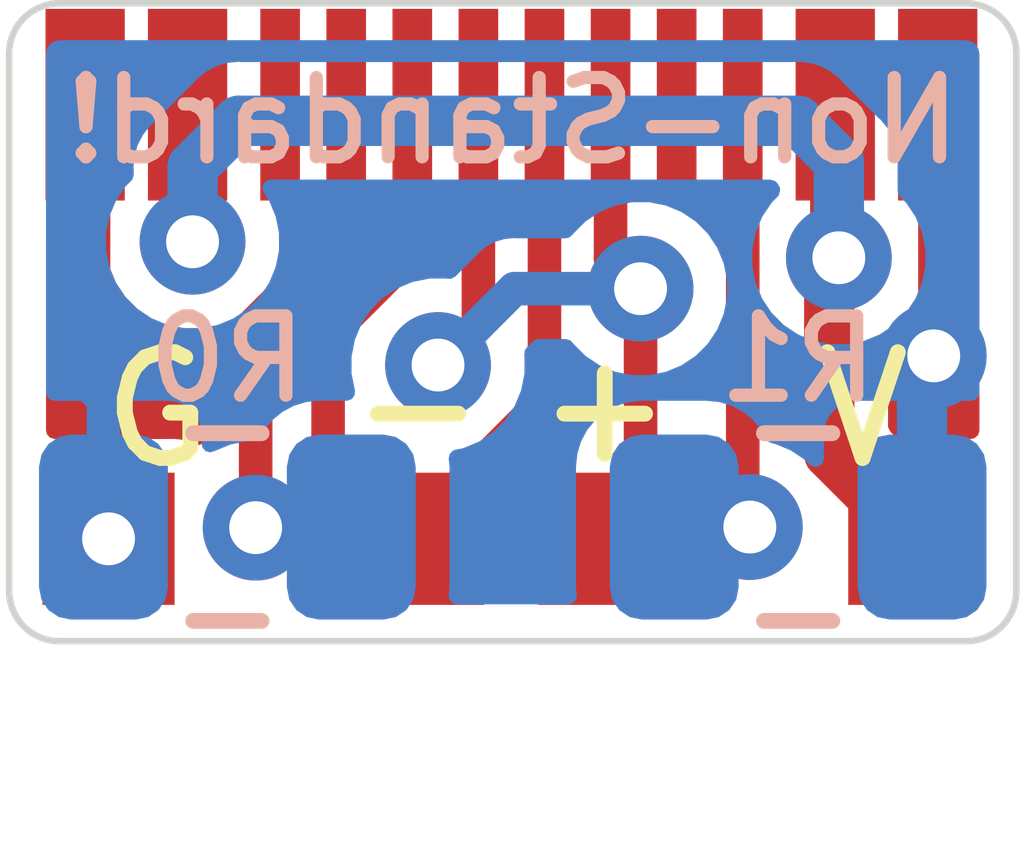
<source format=kicad_pcb>
(kicad_pcb (version 20171130) (host pcbnew "(5.1.4)-1")

  (general
    (thickness 1.6)
    (drawings 9)
    (tracks 54)
    (zones 0)
    (modules 7)
    (nets 9)
  )

  (page User 210.007 148.006)
  (title_block
    (title "Non-standad USB Type C breakoutboard")
    (date 2021-10-18)
    (rev 1)
    (comment 1 "of CERN_OHL-S v2 (https://ohwr.org/cern_ohl_s_v2.txt).")
    (comment 2 "You may redistribute and modify this source and make products using it under the terms")
    (comment 3 "This PCB file describes Open Hardware and is licensed under the CERN-OHL-S v2.")
    (comment 4 "Copyright minibois 2021.")
  )

  (layers
    (0 F.Cu signal)
    (31 B.Cu signal)
    (32 B.Adhes user)
    (33 F.Adhes user)
    (34 B.Paste user)
    (35 F.Paste user)
    (36 B.SilkS user)
    (37 F.SilkS user)
    (38 B.Mask user)
    (39 F.Mask user)
    (40 Dwgs.User user)
    (41 Cmts.User user)
    (42 Eco1.User user)
    (43 Eco2.User user)
    (44 Edge.Cuts user)
    (45 Margin user)
    (46 B.CrtYd user)
    (47 F.CrtYd user)
    (48 B.Fab user)
    (49 F.Fab user)
  )

  (setup
    (last_trace_width 0.254)
    (trace_clearance 0.2)
    (zone_clearance 0.508)
    (zone_45_only no)
    (trace_min 0.2)
    (via_size 0.8)
    (via_drill 0.4)
    (via_min_size 0.4)
    (via_min_drill 0.3)
    (uvia_size 0.3)
    (uvia_drill 0.1)
    (uvias_allowed no)
    (uvia_min_size 0.2)
    (uvia_min_drill 0.1)
    (edge_width 0.05)
    (segment_width 0.2)
    (pcb_text_width 0.3)
    (pcb_text_size 1.5 1.5)
    (mod_edge_width 0.12)
    (mod_text_size 1 1)
    (mod_text_width 0.15)
    (pad_size 1.524 1.524)
    (pad_drill 0.762)
    (pad_to_mask_clearance 0.051)
    (solder_mask_min_width 0.25)
    (aux_axis_origin 0 0)
    (visible_elements 7FFFFFFF)
    (pcbplotparams
      (layerselection 0x010f0_ffffffff)
      (usegerberextensions false)
      (usegerberattributes false)
      (usegerberadvancedattributes false)
      (creategerberjobfile false)
      (excludeedgelayer true)
      (linewidth 0.100000)
      (plotframeref false)
      (viasonmask false)
      (mode 1)
      (useauxorigin false)
      (hpglpennumber 1)
      (hpglpenspeed 20)
      (hpglpendiameter 15.000000)
      (psnegative false)
      (psa4output false)
      (plotreference true)
      (plotvalue true)
      (plotinvisibletext false)
      (padsonsilk false)
      (subtractmaskfromsilk false)
      (outputformat 1)
      (mirror false)
      (drillshape 0)
      (scaleselection 1)
      (outputdirectory "Gerbers/v1.0a/"))
  )

  (net 0 "")
  (net 1 GND)
  (net 2 VCC)
  (net 3 "Net-(J0-Pad3)")
  (net 4 "Net-(J0-Pad9)")
  (net 5 USB_D-)
  (net 6 USB_D+)
  (net 7 "Net-(J0-Pad10)")
  (net 8 "Net-(J0-Pad4)")

  (net_class Default "This is the default net class."
    (clearance 0.2)
    (trace_width 0.254)
    (via_dia 0.8)
    (via_drill 0.4)
    (uvia_dia 0.3)
    (uvia_drill 0.1)
    (diff_pair_width 0.254)
    (diff_pair_gap 0.25)
    (add_net "Net-(J0-Pad10)")
    (add_net "Net-(J0-Pad3)")
    (add_net "Net-(J0-Pad4)")
    (add_net "Net-(J0-Pad9)")
    (add_net USB_D+)
    (add_net USB_D-)
  )

  (net_class Power ""
    (clearance 0.2)
    (trace_width 0.381)
    (via_dia 0.8)
    (via_drill 0.4)
    (uvia_dia 0.3)
    (uvia_drill 0.1)
    (diff_pair_width 0.381)
    (diff_pair_gap 0.25)
    (add_net GND)
    (add_net VCC)
  )

  (module TestPoint:TestPoint_Pad_1.0x1.0mm (layer F.Cu) (tedit 6130C167) (tstamp 616D9747)
    (at 190.84036 101.7651 180)
    (descr "SMD rectangular pad as test Point, square 1.0mm side length")
    (tags "test point SMD pad rectangle square")
    (path /61302F25)
    (attr virtual)
    (fp_text reference G (at -0.37084 0.97536) (layer F.SilkS)
      (effects (font (size 0.8 0.8) (thickness 0.12)))
    )
    (fp_text value Conn_01x01 (at 0 0.6604) (layer F.Fab)
      (effects (font (size 0.075 0.075) (thickness 0.01)))
    )
    (fp_line (start 0.5334 0.5334) (end -0.5334 0.5334) (layer F.CrtYd) (width 0.05))
    (fp_line (start 0.5334 0.5334) (end 0.5334 -0.5334) (layer F.CrtYd) (width 0.05))
    (fp_line (start -0.5334 0.5334) (end -0.5334 -0.5334) (layer F.CrtYd) (width 0.05))
    (fp_line (start -0.5334 -0.5334) (end 0.5334 -0.5334) (layer F.CrtYd) (width 0.05))
    (pad 1 smd rect (at 0 0 180) (size 1 1) (layers F.Cu F.Mask)
      (net 1 GND))
  )

  (module TestPoint:TestPoint_Pad_1.0x1.0mm (layer F.Cu) (tedit 6130C167) (tstamp 61312919)
    (at 194.59194 101.7651 270)
    (descr "SMD rectangular pad as test Point, square 1.0mm side length")
    (tags "test point SMD pad rectangle square")
    (path /6130277F)
    (attr virtual)
    (fp_text reference + (at -1.00584 -0.00254 180) (layer F.SilkS)
      (effects (font (size 0.8 0.8) (thickness 0.12)))
    )
    (fp_text value Conn_01x01 (at 0 0.6604 90) (layer F.Fab)
      (effects (font (size 0.075 0.075) (thickness 0.01)))
    )
    (fp_line (start 0.5334 0.5334) (end -0.5334 0.5334) (layer F.CrtYd) (width 0.05))
    (fp_line (start 0.5334 0.5334) (end 0.5334 -0.5334) (layer F.CrtYd) (width 0.05))
    (fp_line (start -0.5334 0.5334) (end -0.5334 -0.5334) (layer F.CrtYd) (width 0.05))
    (fp_line (start -0.5334 -0.5334) (end 0.5334 -0.5334) (layer F.CrtYd) (width 0.05))
    (pad 1 smd rect (at 0 0 270) (size 1 1) (layers F.Cu F.Mask)
      (net 6 USB_D+))
  )

  (module TestPoint:TestPoint_Pad_1.0x1.0mm (layer F.Cu) (tedit 6130C167) (tstamp 612FD493)
    (at 193.18224 101.7651 270)
    (descr "SMD rectangular pad as test Point, square 1.0mm side length")
    (tags "test point SMD pad rectangle square")
    (path /612FF83B)
    (attr virtual)
    (fp_text reference - (at -1.00584 0 180) (layer F.SilkS)
      (effects (font (size 0.8 0.8) (thickness 0.12)))
    )
    (fp_text value Conn_01x01 (at 0 0.6604 90) (layer F.Fab)
      (effects (font (size 0.075 0.075) (thickness 0.01)))
    )
    (fp_line (start 0.5334 0.5334) (end -0.5334 0.5334) (layer F.CrtYd) (width 0.05))
    (fp_line (start 0.5334 0.5334) (end 0.5334 -0.5334) (layer F.CrtYd) (width 0.05))
    (fp_line (start -0.5334 0.5334) (end -0.5334 -0.5334) (layer F.CrtYd) (width 0.05))
    (fp_line (start -0.5334 -0.5334) (end 0.5334 -0.5334) (layer F.CrtYd) (width 0.05))
    (fp_text user %R (at 0 -1.45 90) (layer F.Fab)
      (effects (font (size 1 1) (thickness 0.15)))
    )
    (pad 1 smd rect (at 0 0 270) (size 1 1) (layers F.Cu F.Mask)
      (net 5 USB_D-))
  )

  (module TestPoint:TestPoint_Pad_1.0x1.0mm (layer F.Cu) (tedit 6130C167) (tstamp 61303DA5)
    (at 196.93636 101.7651 180)
    (descr "SMD rectangular pad as test Point, square 1.0mm side length")
    (tags "test point SMD pad rectangle square")
    (path /612FE259)
    (attr virtual)
    (fp_text reference V (at 0.39116 0.97536) (layer F.SilkS)
      (effects (font (size 0.8 0.8) (thickness 0.12)))
    )
    (fp_text value Conn_01x01 (at 0 0.6604) (layer F.Fab)
      (effects (font (size 0.075 0.075) (thickness 0.01)))
    )
    (fp_line (start 0.5334 0.5334) (end -0.5334 0.5334) (layer F.CrtYd) (width 0.05))
    (fp_line (start 0.5334 0.5334) (end 0.5334 -0.5334) (layer F.CrtYd) (width 0.05))
    (fp_line (start -0.5334 0.5334) (end -0.5334 -0.5334) (layer F.CrtYd) (width 0.05))
    (fp_line (start -0.5334 -0.5334) (end 0.5334 -0.5334) (layer F.CrtYd) (width 0.05))
    (pad 1 smd rect (at 0 0 180) (size 1 1) (layers F.Cu F.Mask)
      (net 2 VCC))
  )

  (module mini-general-tweaks:HRO-TYPE-C-No-SHIELD (layer F.Cu) (tedit 6130AAC3) (tstamp 612FF70C)
    (at 193.89852 98.4758)
    (path /612F9EA6)
    (attr smd)
    (fp_text reference J0 (at 0 -1.757) (layer F.SilkS) hide
      (effects (font (size 1 1) (thickness 0.15)))
    )
    (fp_text value TYPE-C-31-M12_13_EDITED (at 0 -2.667) (layer Dwgs.User) hide
      (effects (font (size 0.2 0.2) (thickness 0.05)))
    )
    (pad 12 smd rect (at 3.215 0.005) (size 0.6 1.45) (layers F.Cu F.Paste F.Mask)
      (net 1 GND))
    (pad 1 smd rect (at -3.235 0.005) (size 0.6 1.45) (layers F.Cu F.Paste F.Mask)
      (net 1 GND))
    (pad 11 smd rect (at 2.44 0.005) (size 0.6 1.45) (layers F.Cu F.Paste F.Mask)
      (net 2 VCC))
    (pad 2 smd rect (at -2.46 0.005) (size 0.6 1.45) (layers F.Cu F.Paste F.Mask)
      (net 2 VCC))
    (pad 3 smd rect (at -1.76 0.005) (size 0.3 1.45) (layers F.Cu F.Paste F.Mask)
      (net 3 "Net-(J0-Pad3)"))
    (pad 10 smd rect (at 1.74 0.005) (size 0.3 1.45) (layers F.Cu F.Paste F.Mask)
      (net 7 "Net-(J0-Pad10)"))
    (pad 4 smd rect (at -1.26 0.005) (size 0.3 1.45) (layers F.Cu F.Paste F.Mask)
      (net 8 "Net-(J0-Pad4)"))
    (pad 9 smd rect (at 1.24 0.005) (size 0.3 1.45) (layers F.Cu F.Paste F.Mask)
      (net 4 "Net-(J0-Pad9)"))
    (pad 5 smd rect (at -0.76 0.005) (size 0.3 1.45) (layers F.Cu F.Paste F.Mask)
      (net 5 USB_D-))
    (pad 8 smd rect (at 0.74 0.005) (size 0.3 1.45) (layers F.Cu F.Paste F.Mask)
      (net 6 USB_D+))
    (pad 7 smd rect (at 0.24 0.005) (size 0.3 1.45) (layers F.Cu F.Paste F.Mask)
      (net 5 USB_D-))
    (pad 6 smd rect (at -0.26 0.005) (size 0.3 1.45) (layers F.Cu F.Paste F.Mask)
      (net 6 USB_D+))
  )

  (module Resistor_SMD:R_0805_2012Metric (layer B.Cu) (tedit 5B36C52B) (tstamp 612FF79E)
    (at 196.05752 101.676199 180)
    (descr "Resistor SMD 0805 (2012 Metric), square (rectangular) end terminal, IPC_7351 nominal, (Body size source: https://docs.google.com/spreadsheets/d/1BsfQQcO9C6DZCsRaXUlFlo91Tg2WpOkGARC1WS5S8t0/edit?usp=sharing), generated with kicad-footprint-generator")
    (tags resistor)
    (path /612FBC65)
    (attr smd)
    (fp_text reference R1 (at 0 1.269999) (layer B.SilkS)
      (effects (font (size 0.6 0.6) (thickness 0.1)) (justify mirror))
    )
    (fp_text value 5.1k (at 0 -1.65) (layer B.Fab)
      (effects (font (size 1 1) (thickness 0.15)) (justify mirror))
    )
    (fp_text user %R (at 0 0) (layer B.Fab)
      (effects (font (size 0.5 0.5) (thickness 0.08)) (justify mirror))
    )
    (fp_line (start 1.68 -0.95) (end -1.68 -0.95) (layer B.CrtYd) (width 0.05))
    (fp_line (start 1.68 0.95) (end 1.68 -0.95) (layer B.CrtYd) (width 0.05))
    (fp_line (start -1.68 0.95) (end 1.68 0.95) (layer B.CrtYd) (width 0.05))
    (fp_line (start -1.68 -0.95) (end -1.68 0.95) (layer B.CrtYd) (width 0.05))
    (fp_line (start -0.258578 -0.71) (end 0.258578 -0.71) (layer B.SilkS) (width 0.12))
    (fp_line (start -0.258578 0.71) (end 0.258578 0.71) (layer B.SilkS) (width 0.12))
    (fp_line (start 1 -0.6) (end -1 -0.6) (layer B.Fab) (width 0.1))
    (fp_line (start 1 0.6) (end 1 -0.6) (layer B.Fab) (width 0.1))
    (fp_line (start -1 0.6) (end 1 0.6) (layer B.Fab) (width 0.1))
    (fp_line (start -1 -0.6) (end -1 0.6) (layer B.Fab) (width 0.1))
    (pad 2 smd roundrect (at 0.9375 0 180) (size 0.975 1.4) (layers B.Cu B.Paste B.Mask) (roundrect_rratio 0.25)
      (net 7 "Net-(J0-Pad10)"))
    (pad 1 smd roundrect (at -0.9375 0 180) (size 0.975 1.4) (layers B.Cu B.Paste B.Mask) (roundrect_rratio 0.25)
      (net 1 GND))
    (model ${KISYS3DMOD}/Resistor_SMD.3dshapes/R_0805_2012Metric.wrl
      (at (xyz 0 0 0))
      (scale (xyz 1 1 1))
      (rotate (xyz 0 0 0))
    )
  )

  (module Resistor_SMD:R_0805_2012Metric (layer B.Cu) (tedit 5B36C52B) (tstamp 612FF78D)
    (at 191.73952 101.676199)
    (descr "Resistor SMD 0805 (2012 Metric), square (rectangular) end terminal, IPC_7351 nominal, (Body size source: https://docs.google.com/spreadsheets/d/1BsfQQcO9C6DZCsRaXUlFlo91Tg2WpOkGARC1WS5S8t0/edit?usp=sharing), generated with kicad-footprint-generator")
    (tags resistor)
    (path /612FDB2C)
    (attr smd)
    (fp_text reference R0 (at 0 -1.269999) (layer B.SilkS)
      (effects (font (size 0.6 0.6) (thickness 0.1)) (justify mirror))
    )
    (fp_text value 5.1k (at 0 1.701801) (layer B.Fab)
      (effects (font (size 1 1) (thickness 0.15)) (justify mirror))
    )
    (fp_text user %R (at 0 0) (layer B.Fab)
      (effects (font (size 0.5 0.5) (thickness 0.08)) (justify mirror))
    )
    (fp_line (start 1.68 -0.95) (end -1.68 -0.95) (layer B.CrtYd) (width 0.05))
    (fp_line (start 1.68 0.95) (end 1.68 -0.95) (layer B.CrtYd) (width 0.05))
    (fp_line (start -1.68 0.95) (end 1.68 0.95) (layer B.CrtYd) (width 0.05))
    (fp_line (start -1.68 -0.95) (end -1.68 0.95) (layer B.CrtYd) (width 0.05))
    (fp_line (start -0.258578 -0.71) (end 0.258578 -0.71) (layer B.SilkS) (width 0.12))
    (fp_line (start -0.258578 0.71) (end 0.258578 0.71) (layer B.SilkS) (width 0.12))
    (fp_line (start 1 -0.6) (end -1 -0.6) (layer B.Fab) (width 0.1))
    (fp_line (start 1 0.6) (end 1 -0.6) (layer B.Fab) (width 0.1))
    (fp_line (start -1 0.6) (end 1 0.6) (layer B.Fab) (width 0.1))
    (fp_line (start -1 -0.6) (end -1 0.6) (layer B.Fab) (width 0.1))
    (pad 2 smd roundrect (at 0.9375 0) (size 0.975 1.4) (layers B.Cu B.Paste B.Mask) (roundrect_rratio 0.25)
      (net 8 "Net-(J0-Pad4)"))
    (pad 1 smd roundrect (at -0.9375 0) (size 0.975 1.4) (layers B.Cu B.Paste B.Mask) (roundrect_rratio 0.25)
      (net 1 GND))
    (model ${KISYS3DMOD}/Resistor_SMD.3dshapes/R_0805_2012Metric.wrl
      (at (xyz 0 0 0))
      (scale (xyz 1 1 1))
      (rotate (xyz 0 0 0))
    )
  )

  (gr_text Non-Standard! (at 193.89852 98.6028) (layer B.SilkS)
    (effects (font (size 0.6 0.6) (thickness 0.1)) (justify mirror))
  )
  (gr_arc (start 197.32752 102.1588) (end 197.70852 102.1588) (angle 90) (layer Edge.Cuts) (width 0.05) (tstamp 61308837))
  (gr_arc (start 190.46952 102.1588) (end 190.46952 102.539801) (angle 90) (layer Edge.Cuts) (width 0.05) (tstamp 613087F5))
  (gr_arc (start 190.469521 98.0948) (end 190.088521 98.0948) (angle 90) (layer Edge.Cuts) (width 0.05) (tstamp 613087F5))
  (gr_arc (start 197.327521 98.0948) (end 197.32752 97.7138) (angle 90) (layer Edge.Cuts) (width 0.05))
  (gr_line (start 197.70852 102.1588) (end 197.70852 98.0948) (layer Edge.Cuts) (width 0.05))
  (gr_line (start 190.46952 102.539801) (end 197.32752 102.5398) (layer Edge.Cuts) (width 0.05))
  (gr_line (start 190.088521 98.0948) (end 190.088519 102.1588) (layer Edge.Cuts) (width 0.05))
  (gr_line (start 190.469521 97.713799) (end 197.32752 97.7138) (layer Edge.Cuts) (width 0.05))

  (via (at 190.84036 101.7651) (size 0.8) (drill 0.4) (layers F.Cu B.Cu) (net 1))
  (segment (start 190.66352 98.4808) (end 190.66352 101.58826) (width 0.381) (layer F.Cu) (net 1))
  (segment (start 190.66352 101.58826) (end 190.84036 101.7651) (width 0.381) (layer F.Cu) (net 1))
  (segment (start 196.99502 101.676199) (end 196.99502 100.469299) (width 0.381) (layer B.Cu) (net 1))
  (segment (start 197.156021 98.523301) (end 197.11352 98.4808) (width 0.381) (layer F.Cu) (net 1))
  (segment (start 197.156021 100.308298) (end 197.156021 98.523301) (width 0.381) (layer F.Cu) (net 1))
  (segment (start 197.083519 100.3808) (end 197.156021 100.308298) (width 0.381) (layer F.Cu) (net 1))
  (segment (start 196.99502 100.469299) (end 197.083519 100.3808) (width 0.381) (layer B.Cu) (net 1))
  (via (at 197.083519 100.3808) (size 0.8) (drill 0.4) (layers F.Cu B.Cu) (net 1))
  (via (at 191.476021 99.517802) (size 0.8) (drill 0.4) (layers F.Cu B.Cu) (net 2))
  (via (at 196.36552 99.638885) (size 0.8) (drill 0.4) (layers F.Cu B.Cu) (net 2))
  (segment (start 196.36552 98.9108) (end 196.36552 99.638885) (width 0.381) (layer B.Cu) (net 2))
  (segment (start 196.33852 99.611885) (end 196.36552 99.638885) (width 0.381) (layer F.Cu) (net 2))
  (segment (start 191.825338 98.6028) (end 196.05752 98.6028) (width 0.381) (layer B.Cu) (net 2))
  (segment (start 191.476021 99.517802) (end 191.476021 98.952117) (width 0.381) (layer B.Cu) (net 2))
  (segment (start 196.05752 98.6028) (end 196.36552 98.9108) (width 0.381) (layer B.Cu) (net 2))
  (segment (start 191.476021 98.952117) (end 191.825338 98.6028) (width 0.381) (layer B.Cu) (net 2))
  (segment (start 191.43852 98.4808) (end 191.43852 99.480301) (width 0.381) (layer F.Cu) (net 2))
  (segment (start 196.33852 98.4808) (end 196.33852 99.611885) (width 0.381) (layer F.Cu) (net 2))
  (segment (start 191.43852 99.480301) (end 191.476021 99.517802) (width 0.381) (layer F.Cu) (net 2))
  (segment (start 196.293018 99.711387) (end 196.36552 99.638885) (width 0.381) (layer F.Cu) (net 2))
  (segment (start 196.293018 101.121758) (end 196.293018 99.711387) (width 0.381) (layer F.Cu) (net 2))
  (segment (start 196.93636 101.7651) (end 196.293018 101.121758) (width 0.381) (layer F.Cu) (net 2))
  (segment (start 194.13852 99.4598) (end 194.13852 98.4808) (width 0.254) (layer F.Cu) (net 5))
  (segment (start 194.13852 100.720896) (end 194.13852 99.4598) (width 0.254) (layer F.Cu) (net 5))
  (segment (start 193.18224 101.677176) (end 194.13852 100.720896) (width 0.254) (layer F.Cu) (net 5))
  (segment (start 193.18224 101.7651) (end 193.18224 101.677176) (width 0.254) (layer F.Cu) (net 5))
  (segment (start 193.12382 101.7651) (end 192.50152 101.1428) (width 0.254) (layer F.Cu) (net 5))
  (segment (start 193.18224 101.7651) (end 193.12382 101.7651) (width 0.254) (layer F.Cu) (net 5))
  (segment (start 193.13852 99.4598) (end 193.13852 98.4808) (width 0.254) (layer F.Cu) (net 5))
  (segment (start 193.13852 99.586469) (end 193.13852 99.4598) (width 0.254) (layer F.Cu) (net 5))
  (segment (start 192.50152 100.223469) (end 193.13852 99.586469) (width 0.254) (layer F.Cu) (net 5))
  (segment (start 192.50152 101.1428) (end 192.50152 100.223469) (width 0.254) (layer F.Cu) (net 5))
  (segment (start 194.63852 98.4808) (end 194.63852 99.6458) (width 0.254) (layer F.Cu) (net 6))
  (segment (start 194.63852 99.6458) (end 194.86552 99.8728) (width 0.254) (layer F.Cu) (net 6))
  (via (at 194.86552 99.8728) (size 0.8) (drill 0.4) (layers F.Cu B.Cu) (net 6))
  (via (at 193.333087 100.450367) (size 0.8) (drill 0.4) (layers F.Cu B.Cu) (net 6))
  (segment (start 193.910654 99.8728) (end 193.333087 100.450367) (width 0.254) (layer B.Cu) (net 6))
  (segment (start 193.63852 100.144934) (end 193.333087 100.450367) (width 0.254) (layer F.Cu) (net 6))
  (segment (start 193.63852 98.4808) (end 193.63852 100.144934) (width 0.254) (layer F.Cu) (net 6))
  (segment (start 194.86552 99.8728) (end 193.910654 99.8728) (width 0.254) (layer B.Cu) (net 6))
  (segment (start 194.86552 101.49152) (end 194.86552 99.8728) (width 0.254) (layer F.Cu) (net 6))
  (segment (start 194.59194 101.7651) (end 194.86552 101.49152) (width 0.254) (layer F.Cu) (net 6))
  (via (at 195.691942 101.676199) (size 0.8) (drill 0.4) (layers F.Cu B.Cu) (net 7))
  (segment (start 195.63852 98.4808) (end 195.63852 101.622777) (width 0.254) (layer F.Cu) (net 7))
  (segment (start 195.63852 101.622777) (end 195.691942 101.676199) (width 0.254) (layer F.Cu) (net 7))
  (segment (start 195.691942 101.676199) (end 195.12002 101.676199) (width 0.254) (layer B.Cu) (net 7))
  (via (at 191.953436 101.680689) (size 0.8) (drill 0.4) (layers F.Cu B.Cu) (net 8))
  (segment (start 192.67702 101.676199) (end 191.957926 101.676199) (width 0.254) (layer B.Cu) (net 8))
  (segment (start 191.957926 101.676199) (end 191.953436 101.680689) (width 0.254) (layer B.Cu) (net 8))
  (segment (start 192.615521 98.503799) (end 192.63852 98.4808) (width 0.254) (layer F.Cu) (net 8))
  (segment (start 192.615521 99.467401) (end 192.615521 98.503799) (width 0.254) (layer F.Cu) (net 8))
  (segment (start 191.953436 101.680689) (end 191.953436 100.129486) (width 0.254) (layer F.Cu) (net 8))
  (segment (start 191.953436 100.129486) (end 192.615521 99.467401) (width 0.254) (layer F.Cu) (net 8))

  (zone (net 1) (net_name GND) (layer B.Cu) (tstamp 613133FC) (hatch edge 0.508)
    (connect_pads (clearance 0.254))
    (min_thickness 0.127)
    (fill yes (arc_segments 32) (thermal_gap 0.254) (thermal_bridge_width 0.254))
    (polygon
      (pts
        (xy 197.70852 102.5398) (xy 197.70852 97.7138) (xy 190.08852 97.7138) (xy 190.08852 102.5398)
      )
    )
    (filled_polygon
      (pts
        (xy 197.310773 98.0563) (xy 197.334677 98.058644) (xy 197.341568 98.060724) (xy 197.347918 98.0641) (xy 197.353494 98.068648)
        (xy 197.358074 98.074185) (xy 197.361498 98.080517) (xy 197.363626 98.08739) (xy 197.366021 98.11018) (xy 197.36602 100.657682)
        (xy 197.137895 100.658699) (xy 197.05852 100.738074) (xy 197.05852 101.612699) (xy 197.07852 101.612699) (xy 197.07852 101.739699)
        (xy 197.05852 101.739699) (xy 197.05852 101.759699) (xy 196.93152 101.759699) (xy 196.93152 101.739699) (xy 196.91152 101.739699)
        (xy 196.91152 101.612699) (xy 196.93152 101.612699) (xy 196.93152 100.738074) (xy 196.852145 100.658699) (xy 196.50752 100.657163)
        (xy 196.445279 100.663293) (xy 196.38543 100.681448) (xy 196.330273 100.71093) (xy 196.281927 100.750606) (xy 196.242251 100.798952)
        (xy 196.212769 100.854109) (xy 196.194614 100.913958) (xy 196.188484 100.976199) (xy 196.188987 101.158545) (xy 196.149322 101.11888)
        (xy 196.031806 101.040358) (xy 195.901229 100.986272) (xy 195.870682 100.980196) (xy 195.831709 100.907282) (xy 195.76172 100.821999)
        (xy 195.676437 100.75201) (xy 195.579139 100.700003) (xy 195.473564 100.667977) (xy 195.36377 100.657163) (xy 194.87627 100.657163)
        (xy 194.766476 100.667977) (xy 194.660901 100.700003) (xy 194.563603 100.75201) (xy 194.47832 100.821999) (xy 194.408331 100.907282)
        (xy 194.356324 101.00458) (xy 194.324298 101.110155) (xy 194.313484 101.219949) (xy 194.313484 102.132449) (xy 194.319871 102.197301)
        (xy 193.477168 102.197301) (xy 193.483556 102.132449) (xy 193.483556 101.219949) (xy 193.476991 101.153299) (xy 193.542374 101.140294)
        (xy 193.672951 101.086208) (xy 193.790467 101.007686) (xy 193.890406 100.907747) (xy 193.968928 100.790231) (xy 194.023014 100.659654)
        (xy 194.050587 100.521035) (xy 194.050587 100.379699) (xy 194.047565 100.364507) (xy 194.094772 100.3173) (xy 194.299595 100.3173)
        (xy 194.308201 100.33018) (xy 194.40814 100.430119) (xy 194.525656 100.508641) (xy 194.656233 100.562727) (xy 194.794852 100.5903)
        (xy 194.936188 100.5903) (xy 195.074807 100.562727) (xy 195.205384 100.508641) (xy 195.3229 100.430119) (xy 195.422839 100.33018)
        (xy 195.501361 100.212664) (xy 195.555447 100.082087) (xy 195.58302 99.943468) (xy 195.58302 99.802132) (xy 195.555447 99.663513)
        (xy 195.501361 99.532936) (xy 195.422839 99.41542) (xy 195.3229 99.315481) (xy 195.205384 99.236959) (xy 195.074807 99.182873)
        (xy 194.936188 99.1553) (xy 194.794852 99.1553) (xy 194.656233 99.182873) (xy 194.525656 99.236959) (xy 194.40814 99.315481)
        (xy 194.308201 99.41542) (xy 194.299595 99.4283) (xy 193.932473 99.4283) (xy 193.910653 99.426151) (xy 193.888833 99.4283)
        (xy 193.888824 99.4283) (xy 193.823517 99.434732) (xy 193.739728 99.460149) (xy 193.662509 99.501424) (xy 193.662507 99.501425)
        (xy 193.662508 99.501425) (xy 193.611781 99.543055) (xy 193.611778 99.543058) (xy 193.594825 99.556971) (xy 193.580912 99.573924)
        (xy 193.418947 99.735889) (xy 193.403755 99.732867) (xy 193.262419 99.732867) (xy 193.1238 99.76044) (xy 192.993223 99.814526)
        (xy 192.875707 99.893048) (xy 192.775768 99.992987) (xy 192.697246 100.110503) (xy 192.64316 100.24108) (xy 192.615587 100.379699)
        (xy 192.615587 100.521035) (xy 192.642665 100.657163) (xy 192.43327 100.657163) (xy 192.323476 100.667977) (xy 192.217901 100.700003)
        (xy 192.120603 100.75201) (xy 192.03532 100.821999) (xy 191.965331 100.907282) (xy 191.935448 100.963189) (xy 191.882768 100.963189)
        (xy 191.744149 100.990762) (xy 191.613572 101.044848) (xy 191.608357 101.048332) (xy 191.608556 100.976199) (xy 191.602426 100.913958)
        (xy 191.584271 100.854109) (xy 191.554789 100.798952) (xy 191.515113 100.750606) (xy 191.466767 100.71093) (xy 191.41161 100.681448)
        (xy 191.351761 100.663293) (xy 191.28952 100.657163) (xy 190.944895 100.658699) (xy 190.86552 100.738074) (xy 190.86552 101.612699)
        (xy 190.88552 101.612699) (xy 190.88552 101.739699) (xy 190.86552 101.739699) (xy 190.86552 101.759699) (xy 190.73852 101.759699)
        (xy 190.73852 101.739699) (xy 190.71852 101.739699) (xy 190.71852 101.612699) (xy 190.73852 101.612699) (xy 190.73852 100.738074)
        (xy 190.659145 100.658699) (xy 190.431019 100.657682) (xy 190.431019 99.447134) (xy 190.758521 99.447134) (xy 190.758521 99.58847)
        (xy 190.786094 99.727089) (xy 190.84018 99.857666) (xy 190.918702 99.975182) (xy 191.018641 100.075121) (xy 191.136157 100.153643)
        (xy 191.266734 100.207729) (xy 191.405353 100.235302) (xy 191.546689 100.235302) (xy 191.685308 100.207729) (xy 191.815885 100.153643)
        (xy 191.933401 100.075121) (xy 192.03334 99.975182) (xy 192.111862 99.857666) (xy 192.165948 99.727089) (xy 192.193521 99.58847)
        (xy 192.193521 99.447134) (xy 192.165948 99.308515) (xy 192.111862 99.177938) (xy 192.067002 99.1108) (xy 195.8471 99.1108)
        (xy 195.85752 99.12122) (xy 195.85752 99.132186) (xy 195.808201 99.181505) (xy 195.729679 99.299021) (xy 195.675593 99.429598)
        (xy 195.64802 99.568217) (xy 195.64802 99.709553) (xy 195.675593 99.848172) (xy 195.729679 99.978749) (xy 195.808201 100.096265)
        (xy 195.90814 100.196204) (xy 196.025656 100.274726) (xy 196.156233 100.328812) (xy 196.294852 100.356385) (xy 196.436188 100.356385)
        (xy 196.574807 100.328812) (xy 196.705384 100.274726) (xy 196.8229 100.196204) (xy 196.922839 100.096265) (xy 197.001361 99.978749)
        (xy 197.055447 99.848172) (xy 197.08302 99.709553) (xy 197.08302 99.568217) (xy 197.055447 99.429598) (xy 197.001361 99.299021)
        (xy 196.922839 99.181505) (xy 196.87352 99.132186) (xy 196.87352 98.935744) (xy 196.875977 98.9108) (xy 196.87352 98.885853)
        (xy 196.866169 98.811215) (xy 196.837121 98.715457) (xy 196.789949 98.627205) (xy 196.726468 98.549852) (xy 196.70708 98.533941)
        (xy 196.434375 98.261235) (xy 196.418468 98.241852) (xy 196.341115 98.178371) (xy 196.252863 98.131199) (xy 196.157105 98.102151)
        (xy 196.082467 98.0948) (xy 196.082464 98.0948) (xy 196.05752 98.092343) (xy 196.032576 98.0948) (xy 191.850282 98.0948)
        (xy 191.825338 98.092343) (xy 191.800394 98.0948) (xy 191.800391 98.0948) (xy 191.725753 98.102151) (xy 191.629995 98.131199)
        (xy 191.541743 98.178371) (xy 191.46439 98.241852) (xy 191.448483 98.261235) (xy 191.134451 98.575267) (xy 191.115074 98.591169)
        (xy 191.099172 98.610546) (xy 191.099171 98.610547) (xy 191.051592 98.668522) (xy 191.026505 98.715458) (xy 191.004421 98.756774)
        (xy 190.987907 98.811215) (xy 190.975373 98.852533) (xy 190.965564 98.952117) (xy 190.968022 98.977071) (xy 190.968022 99.011102)
        (xy 190.918702 99.060422) (xy 190.84018 99.177938) (xy 190.786094 99.308515) (xy 190.758521 99.447134) (xy 190.431019 99.447134)
        (xy 190.431021 98.111547) (xy 190.433365 98.087643) (xy 190.435445 98.080754) (xy 190.438821 98.074405) (xy 190.443368 98.068829)
        (xy 190.448909 98.064245) (xy 190.455241 98.060822) (xy 190.462108 98.058696) (xy 190.484921 98.056298)
      )
    )
  )
  (zone (net 1) (net_name GND) (layer F.Cu) (tstamp 613133F9) (hatch edge 0.508)
    (connect_pads (clearance 0.254))
    (min_thickness 0.127)
    (fill yes (arc_segments 32) (thermal_gap 0.254) (thermal_bridge_width 0.254))
    (polygon
      (pts
        (xy 190.08852 102.5398) (xy 197.70852 102.5398) (xy 197.70852 97.7138) (xy 190.08852 97.7138)
      )
    )
    (filled_polygon
      (pts
        (xy 190.72702 98.4173) (xy 190.74702 98.4173) (xy 190.74702 98.5443) (xy 190.72702 98.5443) (xy 190.72702 99.443925)
        (xy 190.758521 99.475426) (xy 190.758521 99.58847) (xy 190.786094 99.727089) (xy 190.84018 99.857666) (xy 190.918702 99.975182)
        (xy 191.018641 100.075121) (xy 191.136157 100.153643) (xy 191.266734 100.207729) (xy 191.405353 100.235302) (xy 191.508937 100.235302)
        (xy 191.508936 100.995196) (xy 191.46245 100.970349) (xy 191.402601 100.952194) (xy 191.34036 100.946064) (xy 190.983235 100.9476)
        (xy 190.90386 101.026975) (xy 190.90386 101.7016) (xy 190.92386 101.7016) (xy 190.92386 101.8286) (xy 190.90386 101.8286)
        (xy 190.90386 101.8486) (xy 190.77686 101.8486) (xy 190.77686 101.8286) (xy 190.75686 101.8286) (xy 190.75686 101.7016)
        (xy 190.77686 101.7016) (xy 190.77686 101.026975) (xy 190.697485 100.9476) (xy 190.431019 100.946454) (xy 190.43102 99.524176)
        (xy 190.520645 99.5233) (xy 190.60002 99.443925) (xy 190.60002 98.5443) (xy 190.58002 98.5443) (xy 190.58002 98.4173)
        (xy 190.60002 98.4173) (xy 190.60002 98.3973) (xy 190.72702 98.3973)
      )
    )
    (filled_polygon
      (pts
        (xy 197.17702 98.4173) (xy 197.19702 98.4173) (xy 197.19702 98.5443) (xy 197.17702 98.5443) (xy 197.17702 99.443925)
        (xy 197.256395 99.5233) (xy 197.366021 99.524372) (xy 197.36602 100.946064) (xy 196.835744 100.946064) (xy 196.801018 100.911338)
        (xy 196.801018 100.210825) (xy 196.8229 100.196204) (xy 196.922839 100.096265) (xy 197.001361 99.978749) (xy 197.055447 99.848172)
        (xy 197.08302 99.709553) (xy 197.08302 99.568217) (xy 197.055447 99.429598) (xy 197.05002 99.416496) (xy 197.05002 98.5443)
        (xy 197.03002 98.5443) (xy 197.03002 98.4173) (xy 197.05002 98.4173) (xy 197.05002 98.3973) (xy 197.17702 98.3973)
      )
    )
  )
)

</source>
